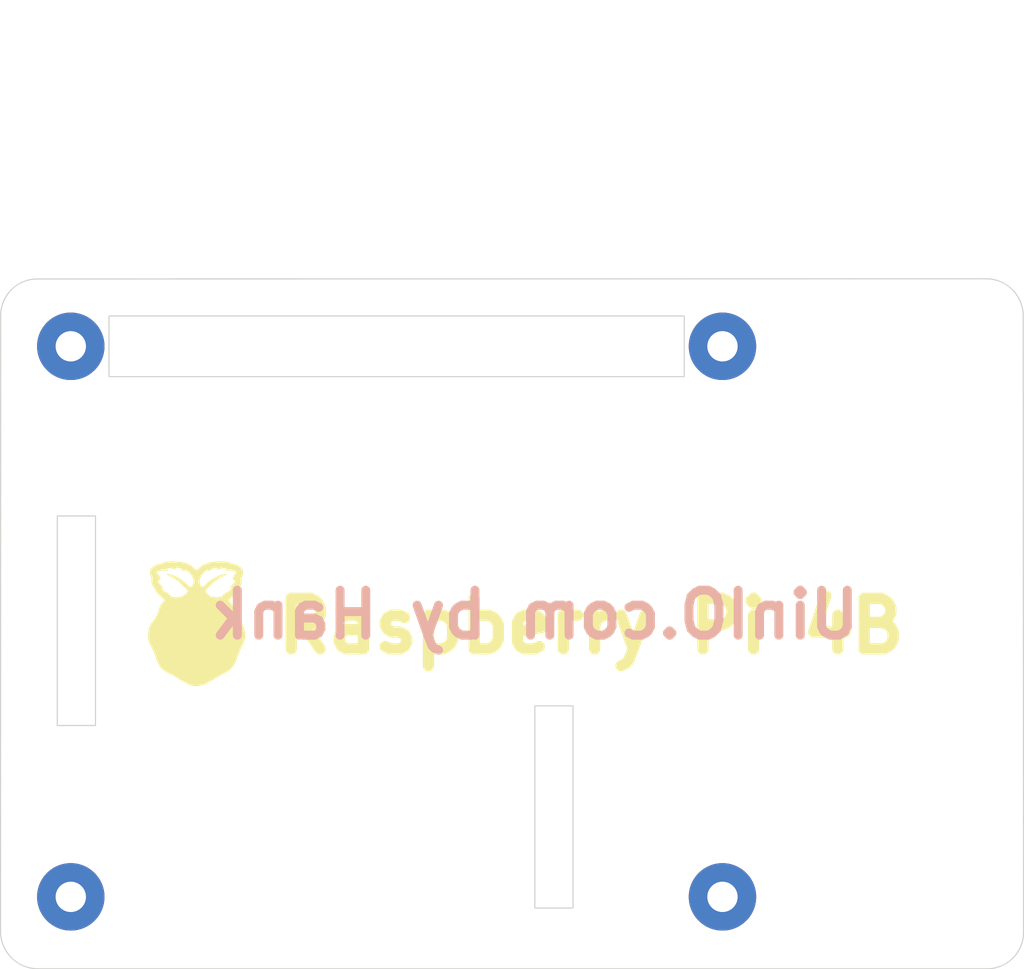
<source format=kicad_pcb>
(kicad_pcb (version 20211014) (generator pcbnew)
  (layers (0 "F.Cu" signal) (31 "B.Cu" signal) (34 "B.Paste" user) (35 "F.Paste" user) (36 "B.SilkS" user "B.Silkscreen") (37 "F.SilkS" user "F.Silkscreen") (38 "B.Mask" user) (39 "F.Mask" user) (44 "Edge.Cuts" user))
  (net 0 "")
  (footprint "RaspberryLibrary:logo" (layer "F.Cu") (at 110 97)
    (fp_text reference "G***" (at 0 0) (layer "F.SilkS") (effects (font (size 1.524 1.524) (thickness 0.3))))
    (fp_text value "LOGO" hide)
    (fp_poly (pts (xy 2.389061 -5.755032) (xy 2.531949 -5.739418) (xy 2.644367 -5.710016) (xy 2.735991 -5.671314) (xy 2.915414 -5.600951) (xy 3.12654 -5.539559) (xy 3.208696 -5.521607) (xy 3.500606 -5.444212) (xy 3.721557 -5.329826) (xy 3.900419 -5.163415) (xy 3.903571 -5.159685) (xy 4.004391 -4.973682) (xy 4.039433 -4.757572) (xy 4.00568 -4.551072) (xy 3.956982 -4.456385) (xy 3.900355 -4.290344) (xy 3.908996 -4.193757) (xy 3.913662 -4.001408) (xy 3.8651 -3.773687) (xy 3.774987 -3.554185) (xy 3.709687 -3.449698) (xy 3.618487 -3.309535) (xy 3.518884 -3.131456) (xy 3.478708 -3.051244) (xy 3.372594 -2.876713) (xy 3.239832 -2.71914) (xy 3.182189 -2.667944) (xy 3.035738 -2.553598) (xy 2.899338 -2.444666) (xy 2.874668 -2.424534) (xy 2.746576 -2.319289) (xy 2.952902 -2.046686) (xy 3.079852 -1.850094) (xy 3.190567 -1.629375) (xy 3.243451 -1.487544) (xy 3.374096 -1.12392) (xy 3.540441 -0.783691) (xy 3.724835 -0.50165) (xy 3.774081 -0.441539) (xy 3.998686 -0.112878) (xy 4.148635 0.256958) (xy 4.221867 0.647677) (xy 4.216323 1.038983) (xy 4.129944 1.410582) (xy 3.991062 1.696361) (xy 3.891058 1.873257) (xy 3.806435 2.055152) (xy 3.782128 2.120211) (xy 3.713943 2.295746) (xy 3.634445 2.460875) (xy 3.626781 2.474511) (xy 3.561405 2.621866) (xy 3.501948 2.809845) (xy 3.483383 2.888291) (xy 3.3656 3.23206) (xy 3.167028 3.56371) (xy 2.907623 3.859803) (xy 2.607344 4.096902) (xy 2.337958 4.233392) (xy 2.160477 4.313709) (xy 1.944978 4.430353) (xy 1.735845 4.559173) (xy 1.72085 4.569193) (xy 1.552757 4.678058) (xy 1.414023 4.76012) (xy 1.328407 4.801571) (xy 1.316821 4.804024) (xy 1.244647 4.832858) (xy 1.13091 4.904949) (xy 1.090097 4.934959) (xy 0.746734 5.140975) (xy 0.358616 5.279667) (xy -0.044795 5.344009) (xy -0.434036 5.326975) (xy -0.501454 5.314487) (xy -0.67454 5.261502) (xy -0.875961 5.176628) (xy -0.986967 5.119709) (xy -1.181986 5.010839) (xy -1.407729 4.885345) (xy -1.558752 4.801689) (xy -1.760866 4.682671) (xy -1.965379 4.550751) (xy -2.089945 4.462576) (xy -2.230119 4.36756) (xy -2.348535 4.306008) (xy -2.397747 4.292958) (xy -2.512136 4.261319) (xy -2.676695 4.177629) (xy -2.866083 4.058726) (xy -3.054961 3.921448) (xy -3.217989 3.782634) (xy -3.307328 3.688532) (xy -3.427317 3.517117) (xy -3.544304 3.308345) (xy -3.643443 3.093747) (xy -3.709892 2.904853) (xy -3.729571 2.791584) (xy -3.752338 2.6974) (xy -3.812806 2.535465) (xy -3.901229 2.328557) (xy -4.007859 2.099458) (xy -4.122948 1.870947) (xy -4.125874 1.865393) (xy -4.247482 1.633887) (xy -4.329932 1.465872) (xy -4.380653 1.333855) (xy -4.407072 1.210346) (xy -4.416617 1.067855) (xy -4.416715 0.87889) (xy -4.415848 0.792153) (xy -4.399522 0.450973) (xy -4.3509 0.179208) (xy -4.25947 -0.05359) (xy -4.114721 -0.27787) (xy -3.996436 -0.422715) (xy -3.879155 -0.570086) (xy -3.789208 -0.704712) (xy -3.753513 -0.778001) (xy -3.696524 -0.908356) (xy -3.628946 -1.022133) (xy -3.56037 -1.159514) (xy -3.508282 -1.328629) (xy -3.503618 -1.351949) (xy -3.396454 -1.682713) (xy -3.203118 -2.006291) (xy -3.106188 -2.126007) (xy -2.942178 -2.312803) (xy -3.088137 -2.421291) (xy -3.288465 -2.585732) (xy -3.47437 -2.765943) (xy -3.626855 -2.940914) (xy -3.726925 -3.089636) (xy -3.753927 -3.157636) (xy -3.810769 -3.300008) (xy -3.885164 -3.399551) (xy -4.002588 -3.559451) (xy -4.088106 -3.777722) (xy -4.128326 -4.012212) (xy -4.124082 -4.151525) (xy -4.118049 -4.326852) (xy -4.161364 -4.440596) (xy -4.174914 -4.457021) (xy -4.228484 -4.564576) (xy -4.258479 -4.717044) (xy -4.260207 -4.748858) (xy -4.252228 -4.792488) (xy -3.687749 -4.792488) (xy -3.562191 -4.657713) (xy -3.428505 -4.487869) (xy -3.345944 -4.328788) (xy -3.318724 -4.197848) (xy -3.351059 -4.112426) (xy -3.424145 -4.088531) (xy -3.503794 -4.057659) (xy -3.511908 -3.974491) (xy -3.454603 -3.853198) (xy -3.337994 -3.707952) (xy -3.20663 -3.584466) (xy -3.115738 -3.493814) (xy -3.101337 -3.428353) (xy -3.123541 -3.391318) (xy -3.138379 -3.303748) (xy -3.070561 -3.197256) (xy -2.934026 -3.086348) (xy -2.742711 -2.985529) (xy -2.727605 -2.979215) (xy -2.567719 -2.892721) (xy -2.505177 -2.805921) (xy -2.504417 -2.795621) (xy -2.457957 -2.696842) (xy -2.333199 -2.623504) (xy -2.151378 -2.577806) (xy -1.933731 -2.561946) (xy -1.701495 -2.578124) (xy -1.475906 -2.628539) (xy -1.352201 -2.676311) (xy -1.158862 -2.791673) (xy -1.010814 -2.928656) (xy -0.929268 -3.065458) (xy -0.919919 -3.120676) (xy -0.955239 -3.18695) (xy -1.049776 -3.303723) (xy -1.186394 -3.453537) (xy -1.347961 -3.618935) (xy -1.517341 -3.782458) (xy -1.677401 -3.92665) (xy -1.811005 -4.034052) (xy -1.82869 -4.046593) (xy -1.988239 -4.147232) (xy -2.195454 -4.265153) (xy -2.40364 -4.373893) (xy -2.572107 -4.463188) (xy -2.697551 -4.541179) (xy -2.757562 -4.593617) (xy -2.759758 -4.600298) (xy -2.746821 -4.635941) (xy -2.695875 -4.646704) (xy -2.588717 -4.6313) (xy -2.407146 -4.588441) (xy -2.336816 -4.570393) (xy -1.890532 -4.415006) (xy -1.484848 -4.185815) (xy -1.09737 -3.869755) (xy -1.038269 -3.812903) (xy -0.849967 -3.635336) (xy -0.717294 -3.52835) (xy -0.629876 -3.484482) (xy -0.587534 -3.488643) (xy -0.490401 -3.587054) (xy -0.408453 -3.743521) (xy -0.381187 -3.844807) (xy 0.162195 -3.844807) (xy 0.23474 -3.644356) (xy 0.259243 -3.60991) (xy 0.345306 -3.517857) (xy 0.41179 -3.475554) (xy 0.415402 -3.475251) (xy 0.471799 -3.509248) (xy 0.579956 -3.60015) (xy 0.720641 -3.73132) (xy 0.787635 -3.797248) (xy 1.158105 -4.108593) (xy 1.581554 -4.364168) (xy 2.024016 -4.54426) (xy 2.123599 -4.572593) (xy 2.335537 -4.624394) (xy 2.466907 -4.646171) (xy 2.534523 -4.63895) (xy 2.555199 -4.603759) (xy 2.555332 -4.598953) (xy 2.512272 -4.552295) (xy 2.400606 -4.484136) (xy 2.27808 -4.424588) (xy 2.084706 -4.327999) (xy 1.862791 -4.201101) (xy 1.694007 -4.093616) (xy 1.502387 -3.951024) (xy 1.301612 -3.780841) (xy 1.107753 -3.599314) (xy 0.936881 -3.42269) (xy 0.805066 -3.267215) (xy 0.728379 -3.149138) (xy 0.715493 -3.104365) (xy 0.757059 -2.995084) (xy 0.864139 -2.865822) (xy 1.010308 -2.741258) (xy 1.169139 -2.646072) (xy 1.233301 -2.62078) (xy 1.46882 -2.575431) (xy 1.740446 -2.56703) (xy 1.995116 -2.595496) (xy 2.095372 -2.6221) (xy 2.24199 -2.7032) (xy 2.289806 -2.792208) (xy 2.347076 -2.8888) (xy 2.495368 -2.973442) (xy 2.524862 -2.985144) (xy 2.712846 -3.076945) (xy 2.852872 -3.183854) (xy 2.929538 -3.290099) (xy 2.92744 -3.379906) (xy 2.92021 -3.389999) (xy 2.901851 -3.444993) (xy 2.937705 -3.521213) (xy 3.038304 -3.637181) (xy 3.091582 -3.691412) (xy 3.242993 -3.86203) (xy 3.312945 -3.987745) (xy 3.300211 -4.064539) (xy 3.213032 -4.088531) (xy 3.142719 -4.100686) (xy 3.121168 -4.156387) (xy 3.133929 -4.272155) (xy 3.185975 -4.434727) (xy 3.276444 -4.601829) (xy 3.297417 -4.631055) (xy 3.431106 -4.806331) (xy 3.236142 -4.887792) (xy 3.023314 -4.942828) (xy 2.759972 -4.943686) (xy 2.742724 -4.94219) (xy 2.576667 -4.928998) (xy 2.490665 -4.933311) (xy 2.463023 -4.962938) (xy 2.472044 -5.025684) (xy 2.475221 -5.038449) (xy 2.485789 -5.120514) (xy 2.444318 -5.154827) (xy 2.325929 -5.16177) (xy 2.324685 -5.16177) (xy 2.14942 -5.140663) (xy 1.970327 -5.089422) (xy 1.959723 -5.08511) (xy 1.803262 -5.025985) (xy 1.720223 -5.015323) (xy 1.693593 -5.053954) (xy 1.697056 -5.097887) (xy 1.680876 -5.170138) (xy 1.648189 -5.182213) (xy 1.544146 -5.17407) (xy 1.483871 -5.169436) (xy 1.386114 -5.132318) (xy 1.257147 -5.047709) (xy 1.203104 -5.003437) (xy 1.090549 -4.91198) (xy 1.028031 -4.886415) (xy 0.994555 -4.919136) (xy 0.991432 -4.926777) (xy 0.942326 -4.99389) (xy 0.863213 -4.99324) (xy 0.74163 -4.920942) (xy 0.60104 -4.805066) (xy 0.392717 -4.578793) (xy 0.246554 -4.330806) (xy 0.167924 -4.079884) (xy 0.162195 -3.844807) (xy -0.381187 -3.844807) (xy -0.362549 -3.914043) (xy -0.358869 -3.971003) (xy -0.400523 -4.187441) (xy -0.508897 -4.426015) (xy -0.663697 -4.655234) (xy -0.844627 -4.843606) (xy -0.9816 -4.937259) (xy -1.089487 -4.98551) (xy -1.150812 -4.978942) (xy -1.199377 -4.925376) (xy -1.246071 -4.876027) (xy -1.296605 -4.880819) (xy -1.378005 -4.948355) (xy -1.428801 -4.998403) (xy -1.540125 -5.097531) (xy -1.62926 -5.155932) (xy -1.65212 -5.162468) (xy -1.74614 -5.17553) (xy -1.832881 -5.195504) (xy -1.918497 -5.207853) (xy -1.931125 -5.162493) (xy -1.918874 -5.118146) (xy -1.917028 -5.029688) (xy -1.988892 -5.010889) (xy -2.133227 -5.061908) (xy -2.178967 -5.084796) (xy -2.333403 -5.13754) (xy -2.5083 -5.161348) (xy -2.517975 -5.161455) (xy -2.642127 -5.155736) (xy -2.688859 -5.12537) (xy -2.682808 -5.05139) (xy -2.679336 -5.037208) (xy -2.666259 -4.967054) (xy -2.687372 -4.933079) (xy -2.764677 -4.92705) (xy -2.920179 -4.94073) (xy -2.933469 -4.9421) (xy -3.197067 -4.945512) (xy -3.432643 -4.889722) (xy -3.453307 -4.882022) (xy -3.687749 -4.792488) (xy -4.252228 -4.792488) (xy -4.217817 -4.980637) (xy -4.085398 -5.186994) (xy -3.87404 -5.357451) (xy -3.594827 -5.481528) (xy -3.443353 -5.520834) (xy -3.235838 -5.573696) (xy -3.029158 -5.64142) (xy -2.947234 -5.674297) (xy -2.833568 -5.716505) (xy -2.70647 -5.742934) (xy -2.541755 -5.755916) (xy -2.315243 -5.757783) (xy -2.119944 -5.754053) (xy -1.632761 -5.72482) (xy -1.228461 -5.66085) (xy -0.892282 -5.55762) (xy -0.609461 -5.410607) (xy -0.367066 -5.217045) (xy -0.108989 -4.969604) (xy 0.142388 -5.211899) (xy 0.394486 -5.41094) (xy 0.692799 -5.56091) (xy 1.050361 -5.665798) (xy 1.480208 -5.72959) (xy 1.916499 -5.754594) (xy 2.19186 -5.759283)) (layer "F.SilkS") (width 0) (fill solid))
  )
  (gr_arc (start 95.737576 127.5) (mid 93.458047 126.553139) (end 92.45 124.3) (layer "Edge.Cuts") (width 0.1))
  (gr_rect (start 140 104.1) (end 143.4 122.1) (layer "Edge.Cuts") (width 0.1) (fill none))
  (gr_line (start 183.464991 69.33937) (end 183.495617 124.248546) (layer "Edge.Cuts") (width 0.1))
  (gr_line (start 180.24 127.5) (end 95.737576 127.5) (layer "Edge.Cuts") (width 0.1))
  (gr_arc (start 183.495617 124.248546) (mid 182.541638 126.548965) (end 180.24 127.5) (layer "Edge.Cuts") (width 0.1))
  (gr_rect (start 97.5 87.2) (end 100.9 105.85) (layer "Edge.Cuts") (width 0.1) (fill none))
  (gr_rect (start 102.1 69.4) (end 153.3 74.8) (layer "Edge.Cuts") (width 0.1) (fill none))
  (gr_arc (start 180.208867 66.091698) (mid 182.495301 67.055448) (end 183.464991 69.33937) (layer "Edge.Cuts") (width 0.1))
  (gr_arc (start 92.459029 69.283805) (mid 93.463406 67.016388) (end 95.771133 66.108303) (layer "Edge.Cuts") (width 0.1))
  (gr_line (start 92.45 124.3) (end 92.459029 69.283805) (layer "Edge.Cuts") (width 0.1))
  (gr_line (start 95.771133 66.108303) (end 180.208867 66.091698) (layer "Edge.Cuts") (width 0.1))
  (gr_text "UinIO.com by Hank" (at 140 96) (layer "B.SilkS") (effects (font (size 4 4) (thickness 0.8)) (justify mirror)))
  (gr_text "Raspberry Pi 4B" (at 145 97) (layer "F.SilkS") (effects (font (size 4.5 4.5) (thickness 1))))
  (via (at 98.7 72.1) (size 6) (drill 2.7) (layers "F.Cu" "B.Cu") (net 0))
  (via (at 98.7 121.1) (size 6) (drill 2.7) (layers "F.Cu" "B.Cu") (net 0))
  (via (at 156.7 121.1) (size 6) (drill 2.7) (layers "F.Cu" "B.Cu") (net 0))
  (via (at 156.7 72.1) (size 6) (drill 2.7) (layers "F.Cu" "B.Cu") (net 0))
)
</source>
